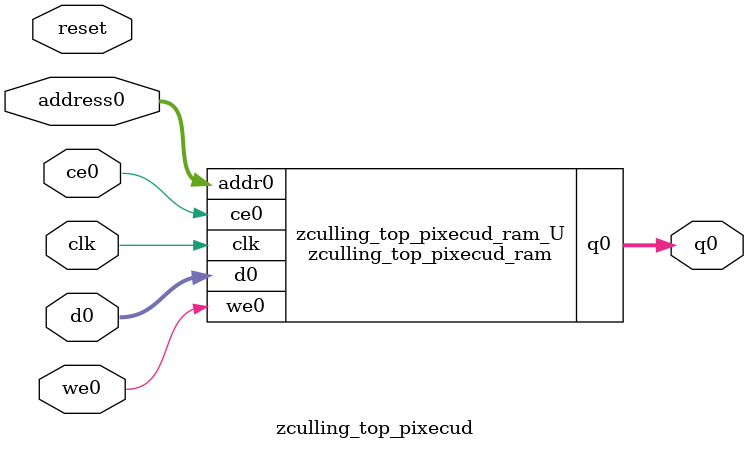
<source format=v>
`timescale 1 ns / 1 ps
module zculling_top_pixecud_ram (addr0, ce0, d0, we0, q0,  clk);

parameter DWIDTH = 8;
parameter AWIDTH = 9;
parameter MEM_SIZE = 500;

input[AWIDTH-1:0] addr0;
input ce0;
input[DWIDTH-1:0] d0;
input we0;
output reg[DWIDTH-1:0] q0;
input clk;

(* ram_style = "block" *)reg [DWIDTH-1:0] ram[0:MEM_SIZE-1];




always @(posedge clk)  
begin 
    if (ce0) begin
        if (we0) 
            ram[addr0] <= d0; 
        q0 <= ram[addr0];
    end
end


endmodule

`timescale 1 ns / 1 ps
module zculling_top_pixecud(
    reset,
    clk,
    address0,
    ce0,
    we0,
    d0,
    q0);

parameter DataWidth = 32'd8;
parameter AddressRange = 32'd500;
parameter AddressWidth = 32'd9;
input reset;
input clk;
input[AddressWidth - 1:0] address0;
input ce0;
input we0;
input[DataWidth - 1:0] d0;
output[DataWidth - 1:0] q0;



zculling_top_pixecud_ram zculling_top_pixecud_ram_U(
    .clk( clk ),
    .addr0( address0 ),
    .ce0( ce0 ),
    .we0( we0 ),
    .d0( d0 ),
    .q0( q0 ));

endmodule


</source>
